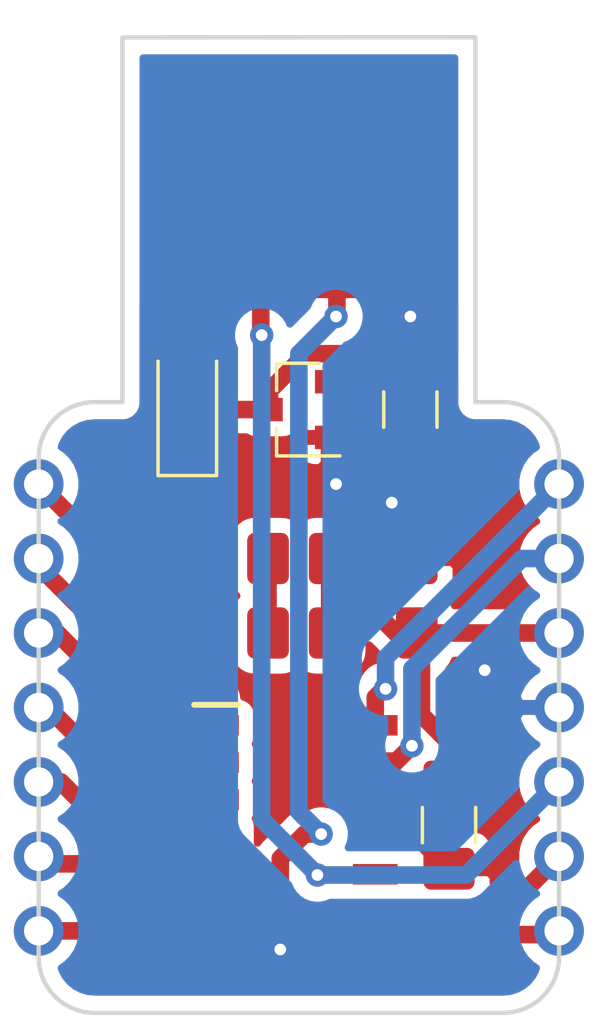
<source format=kicad_pcb>
(kicad_pcb (version 20171130) (host pcbnew 5.1.5-52549c5~86~ubuntu18.04.1)

  (general
    (thickness 1.6)
    (drawings 12)
    (tracks 119)
    (zones 0)
    (modules 12)
    (nets 19)
  )

  (page A4)
  (layers
    (0 F.Cu signal)
    (31 B.Cu signal)
    (32 B.Adhes user)
    (33 F.Adhes user)
    (34 B.Paste user)
    (35 F.Paste user)
    (36 B.SilkS user)
    (37 F.SilkS user)
    (38 B.Mask user)
    (39 F.Mask user)
    (40 Dwgs.User user hide)
    (41 Cmts.User user)
    (42 Eco1.User user)
    (43 Eco2.User user)
    (44 Edge.Cuts user)
    (45 Margin user)
    (46 B.CrtYd user)
    (47 F.CrtYd user)
    (48 B.Fab user)
    (49 F.Fab user)
  )

  (setup
    (last_trace_width 0.25)
    (user_trace_width 0.2032)
    (user_trace_width 0.4)
    (user_trace_width 0.5)
    (user_trace_width 0.6)
    (user_trace_width 0.8)
    (user_trace_width 1)
    (user_trace_width 2)
    (trace_clearance 0.2)
    (zone_clearance 0.508)
    (zone_45_only no)
    (trace_min 0.2)
    (via_size 0.8)
    (via_drill 0.4)
    (via_min_size 0.4)
    (via_min_drill 0.3)
    (uvia_size 0.3)
    (uvia_drill 0.1)
    (uvias_allowed no)
    (uvia_min_size 0.2)
    (uvia_min_drill 0.1)
    (edge_width 0.05)
    (segment_width 0.2)
    (pcb_text_width 0.3)
    (pcb_text_size 1.5 1.5)
    (mod_edge_width 0.12)
    (mod_text_size 1 1)
    (mod_text_width 0.15)
    (pad_size 1.7 1.7)
    (pad_drill 1)
    (pad_to_mask_clearance 0.051)
    (solder_mask_min_width 0.25)
    (pad_to_paste_clearance -0.0762)
    (aux_axis_origin 0 0)
    (visible_elements FFFFFF7F)
    (pcbplotparams
      (layerselection 0x010fc_ffffffff)
      (usegerberextensions false)
      (usegerberattributes false)
      (usegerberadvancedattributes false)
      (creategerberjobfile false)
      (excludeedgelayer true)
      (linewidth 0.100000)
      (plotframeref false)
      (viasonmask false)
      (mode 1)
      (useauxorigin false)
      (hpglpennumber 1)
      (hpglpenspeed 20)
      (hpglpendiameter 15.000000)
      (psnegative false)
      (psa4output false)
      (plotreference true)
      (plotvalue true)
      (plotinvisibletext false)
      (padsonsilk false)
      (subtractmaskfromsilk false)
      (outputformat 1)
      (mirror false)
      (drillshape 0)
      (scaleselection 1)
      (outputdirectory "/home/greynaga/Desktop/PCBs/Samd11/Breakout_02/Gerbers/"))
  )

  (net 0 "")
  (net 1 GND)
  (net 2 /PA08)
  (net 3 /PA09)
  (net 4 /PA14)
  (net 5 /PA15)
  (net 6 /PA28)
  (net 7 /PA30)
  (net 8 /PA31)
  (net 9 /PA24)
  (net 10 /PA25)
  (net 11 /PA02)
  (net 12 /PA04)
  (net 13 "Net-(D1-Pad1)")
  (net 14 "Net-(D2-Pad1)")
  (net 15 +3V3)
  (net 16 /PA05)
  (net 17 "Net-(C2-Pad1)")
  (net 18 VBUS)

  (net_class Default "This is the default net class."
    (clearance 0.2)
    (trace_width 0.25)
    (via_dia 0.8)
    (via_drill 0.4)
    (uvia_dia 0.3)
    (uvia_drill 0.1)
    (add_net +3V3)
    (add_net /PA02)
    (add_net /PA04)
    (add_net /PA05)
    (add_net /PA08)
    (add_net /PA09)
    (add_net /PA14)
    (add_net /PA15)
    (add_net /PA24)
    (add_net /PA25)
    (add_net /PA28)
    (add_net /PA30)
    (add_net /PA31)
    (add_net GND)
    (add_net "Net-(C2-Pad1)")
    (add_net "Net-(D1-Pad1)")
    (add_net "Net-(D2-Pad1)")
    (add_net VBUS)
  )

  (module Capacitor_SMD:C_1206_3216Metric_Pad1.42x1.75mm_HandSolder (layer F.Cu) (tedit 5B301BBE) (tstamp 5E01546C)
    (at 162.6108 109.4232 270)
    (descr "Capacitor SMD 1206 (3216 Metric), square (rectangular) end terminal, IPC_7351 nominal with elongated pad for handsoldering. (Body size source: http://www.tortai-tech.com/upload/download/2011102023233369053.pdf), generated with kicad-footprint-generator")
    (tags "capacitor handsolder")
    (path /5E01789F)
    (attr smd)
    (fp_text reference C1 (at 0 -1.82 90) (layer F.Fab) hide
      (effects (font (size 1 1) (thickness 0.15)))
    )
    (fp_text value 0.1uF (at 0 1.82 90) (layer F.Fab) hide
      (effects (font (size 1 1) (thickness 0.15)))
    )
    (fp_line (start -1.6 0.8) (end -1.6 -0.8) (layer F.Fab) (width 0.1))
    (fp_line (start -1.6 -0.8) (end 1.6 -0.8) (layer F.Fab) (width 0.1))
    (fp_line (start 1.6 -0.8) (end 1.6 0.8) (layer F.Fab) (width 0.1))
    (fp_line (start 1.6 0.8) (end -1.6 0.8) (layer F.Fab) (width 0.1))
    (fp_line (start -0.602064 -0.91) (end 0.602064 -0.91) (layer F.SilkS) (width 0.12))
    (fp_line (start -0.602064 0.91) (end 0.602064 0.91) (layer F.SilkS) (width 0.12))
    (fp_line (start -2.45 1.12) (end -2.45 -1.12) (layer F.CrtYd) (width 0.05))
    (fp_line (start -2.45 -1.12) (end 2.45 -1.12) (layer F.CrtYd) (width 0.05))
    (fp_line (start 2.45 -1.12) (end 2.45 1.12) (layer F.CrtYd) (width 0.05))
    (fp_line (start 2.45 1.12) (end -2.45 1.12) (layer F.CrtYd) (width 0.05))
    (fp_text user %R (at 0 0 90) (layer F.Fab)
      (effects (font (size 0.8 0.8) (thickness 0.12)))
    )
    (pad 1 smd roundrect (at -1.4875 0 270) (size 1.425 1.75) (layers F.Cu F.Paste F.Mask) (roundrect_rratio 0.175439)
      (net 15 +3V3))
    (pad 2 smd roundrect (at 1.4875 0 270) (size 1.425 1.75) (layers F.Cu F.Paste F.Mask) (roundrect_rratio 0.175439)
      (net 1 GND))
    (model ${KISYS3DMOD}/Capacitor_SMD.3dshapes/C_1206_3216Metric.wrl
      (at (xyz 0 0 0))
      (scale (xyz 1 1 1))
      (rotate (xyz 0 0 0))
    )
  )

  (module SamD11_Breakout:PinHeader_1x07_P2.54mm_Vertical (layer F.Cu) (tedit 5DFF2E53) (tstamp 5DFF346C)
    (at 148.59 97.79)
    (descr "Through hole straight pin header, 1x07, 2.54mm pitch, single row")
    (tags "Through hole pin header THT 1x07 2.54mm single row")
    (path /5E0E6EF4)
    (fp_text reference J1 (at 0 -2.33) (layer F.Fab) hide
      (effects (font (size 1 1) (thickness 0.15)))
    )
    (fp_text value Conn_01x07 (at 0 17.57) (layer F.Fab) hide
      (effects (font (size 1 1) (thickness 0.15)))
    )
    (fp_text user %R (at 0 7.62 90) (layer F.Fab)
      (effects (font (size 1 1) (thickness 0.15)))
    )
    (fp_line (start -1.27 -0.635) (end -0.635 -1.27) (layer F.Fab) (width 0.1))
    (fp_line (start -1.27 16.51) (end -1.27 -0.635) (layer F.Fab) (width 0.1))
    (fp_line (start 1.27 16.51) (end -1.27 16.51) (layer F.Fab) (width 0.1))
    (fp_line (start 1.27 -1.27) (end 1.27 16.51) (layer F.Fab) (width 0.1))
    (fp_line (start -0.635 -1.27) (end 1.27 -1.27) (layer F.Fab) (width 0.1))
    (pad 7 thru_hole oval (at 0 15.24) (size 1.7 1.7) (drill 1) (layers *.Cu *.Mask)
      (net 7 /PA30))
    (pad 6 thru_hole oval (at 0 12.7) (size 1.7 1.7) (drill 1) (layers *.Cu *.Mask)
      (net 6 /PA28))
    (pad 5 thru_hole oval (at 0 10.16) (size 1.7 1.7) (drill 1) (layers *.Cu *.Mask)
      (net 5 /PA15))
    (pad 4 thru_hole oval (at 0 7.62) (size 1.7 1.7) (drill 1) (layers *.Cu *.Mask)
      (net 4 /PA14))
    (pad 3 thru_hole oval (at 0 5.08) (size 1.7 1.7) (drill 1) (layers *.Cu *.Mask)
      (net 3 /PA09))
    (pad 2 thru_hole oval (at 0 2.54) (size 1.7 1.7) (drill 1) (layers *.Cu *.Mask)
      (net 2 /PA08))
    (pad 1 thru_hole circle (at 0 0) (size 1.7 1.7) (drill 1) (layers *.Cu *.Mask)
      (net 16 /PA05))
  )

  (module SamD11_Breakout:LED_1206_3216Metric_Pad1.42x1.75mm_HandSolder (layer F.Cu) (tedit 5DFEFECF) (tstamp 5DFF33B6)
    (at 160.02 102.87)
    (descr "LED SMD 1206 (3216 Metric), square (rectangular) end terminal, IPC_7351 nominal, (Body size source: http://www.tortai-tech.com/upload/download/2011102023233369053.pdf), generated with kicad-footprint-generator")
    (tags "LED handsolder")
    (path /5E0CFB41)
    (attr smd)
    (fp_text reference D1 (at 0 0.1016) (layer F.Fab) hide
      (effects (font (size 1 1) (thickness 0.15)))
    )
    (fp_text value POWER (at 0 1.905) (layer F.Fab) hide
      (effects (font (size 1 1) (thickness 0.25)))
    )
    (fp_line (start 1.6 -0.8) (end -1.2 -0.8) (layer F.Fab) (width 0.1))
    (fp_line (start -1.2 -0.8) (end -1.6 -0.4) (layer F.Fab) (width 0.1))
    (fp_line (start -1.6 -0.4) (end -1.6 0.8) (layer F.Fab) (width 0.1))
    (fp_line (start -1.6 0.8) (end 1.6 0.8) (layer F.Fab) (width 0.1))
    (fp_line (start 1.6 0.8) (end 1.6 -0.8) (layer F.Fab) (width 0.1))
    (fp_text user %R (at 0 0) (layer F.Fab)
      (effects (font (size 0.8 0.8) (thickness 0.12)))
    )
    (pad 1 smd roundrect (at -1.4875 0) (size 1.425 1.75) (layers F.Cu F.Paste F.Mask) (roundrect_rratio 0.175439)
      (net 13 "Net-(D1-Pad1)"))
    (pad 2 smd roundrect (at 1.4875 0) (size 1.425 1.75) (layers F.Cu F.Paste F.Mask) (roundrect_rratio 0.175439)
      (net 15 +3V3))
    (model ${KISYS3DMOD}/LED_SMD.3dshapes/LED_1206_3216Metric.wrl
      (at (xyz 0 0 0))
      (scale (xyz 1 1 1))
      (rotate (xyz 0 0 0))
    )
  )

  (module SamD11_Breakout:R_1206_3216Metric_Pad1.42x1.75mm_HandSolder (layer F.Cu) (tedit 5DFEFEFF) (tstamp 5DFF3499)
    (at 154.94 100.33 180)
    (descr "Resistor SMD 1206 (3216 Metric), square (rectangular) end terminal, IPC_7351 nominal with elongated pad for handsoldering. (Body size source: http://www.tortai-tech.com/upload/download/2011102023233369053.pdf), generated with kicad-footprint-generator")
    (tags "resistor handsolder")
    (path /5E0F37E5)
    (attr smd)
    (fp_text reference R2 (at 0 1.7272) (layer F.Fab) hide
      (effects (font (size 1 1) (thickness 0.15)))
    )
    (fp_text value 1K (at 0.0254 -0.1016) (layer F.Fab) hide
      (effects (font (size 1 1) (thickness 0.15)))
    )
    (fp_line (start -1.6 0.8) (end -1.6 -0.8) (layer F.Fab) (width 0.1))
    (fp_line (start -1.6 -0.8) (end 1.6 -0.8) (layer F.Fab) (width 0.1))
    (fp_line (start 1.6 -0.8) (end 1.6 0.8) (layer F.Fab) (width 0.1))
    (fp_line (start 1.6 0.8) (end -1.6 0.8) (layer F.Fab) (width 0.1))
    (fp_text user %R (at 0 0) (layer F.Fab)
      (effects (font (size 0.8 0.8) (thickness 0.12)))
    )
    (pad 1 smd roundrect (at -1.4875 0 180) (size 1.425 1.75) (layers F.Cu F.Paste F.Mask) (roundrect_rratio 0.175439)
      (net 14 "Net-(D2-Pad1)"))
    (pad 2 smd roundrect (at 1.4875 0 180) (size 1.425 1.75) (layers F.Cu F.Paste F.Mask) (roundrect_rratio 0.175439)
      (net 1 GND))
    (model ${KISYS3DMOD}/Resistor_SMD.3dshapes/R_1206_3216Metric.wrl
      (at (xyz 0 0 0))
      (scale (xyz 1 1 1))
      (rotate (xyz 0 0 0))
    )
  )

  (module SamD11_Breakout:LED_1206_3216Metric_Pad1.42x1.75mm_HandSolder (layer F.Cu) (tedit 5DFEFECF) (tstamp 5DFF3440)
    (at 154.94 102.87 180)
    (descr "LED SMD 1206 (3216 Metric), square (rectangular) end terminal, IPC_7351 nominal, (Body size source: http://www.tortai-tech.com/upload/download/2011102023233369053.pdf), generated with kicad-footprint-generator")
    (tags "LED handsolder")
    (path /5E0F37D7)
    (attr smd)
    (fp_text reference D2 (at 0 -1.82) (layer F.Fab) hide
      (effects (font (size 1 1) (thickness 0.15)))
    )
    (fp_text value LED (at 0.254 -1.8542) (layer F.Fab) hide
      (effects (font (size 1 1) (thickness 0.25)))
    )
    (fp_line (start 1.6 -0.8) (end -1.2 -0.8) (layer F.Fab) (width 0.1))
    (fp_line (start -1.2 -0.8) (end -1.6 -0.4) (layer F.Fab) (width 0.1))
    (fp_line (start -1.6 -0.4) (end -1.6 0.8) (layer F.Fab) (width 0.1))
    (fp_line (start -1.6 0.8) (end 1.6 0.8) (layer F.Fab) (width 0.1))
    (fp_line (start 1.6 0.8) (end 1.6 -0.8) (layer F.Fab) (width 0.1))
    (fp_text user %R (at 0 0) (layer F.Fab)
      (effects (font (size 0.8 0.8) (thickness 0.12)))
    )
    (pad 1 smd roundrect (at -1.4875 0 180) (size 1.425 1.75) (layers F.Cu F.Paste F.Mask) (roundrect_rratio 0.175439)
      (net 14 "Net-(D2-Pad1)"))
    (pad 2 smd roundrect (at 1.4875 0 180) (size 1.425 1.75) (layers F.Cu F.Paste F.Mask) (roundrect_rratio 0.175439)
      (net 16 /PA05))
    (model ${KISYS3DMOD}/LED_SMD.3dshapes/LED_1206_3216Metric.wrl
      (at (xyz 0 0 0))
      (scale (xyz 1 1 1))
      (rotate (xyz 0 0 0))
    )
  )

  (module SamD11_Breakout:R_1206_3216Metric_Pad1.42x1.75mm_HandSolder (layer F.Cu) (tedit 5DFEFEFF) (tstamp 5DFF34ED)
    (at 160.02 100.33)
    (descr "Resistor SMD 1206 (3216 Metric), square (rectangular) end terminal, IPC_7351 nominal with elongated pad for handsoldering. (Body size source: http://www.tortai-tech.com/upload/download/2011102023233369053.pdf), generated with kicad-footprint-generator")
    (tags "resistor handsolder")
    (path /5E0E631B)
    (attr smd)
    (fp_text reference R1 (at 0.0508 -1.7272) (layer F.Fab) hide
      (effects (font (size 1 1) (thickness 0.15)))
    )
    (fp_text value 1K (at 0 0.1016) (layer F.Fab) hide
      (effects (font (size 1 1) (thickness 0.15)))
    )
    (fp_line (start -1.6 0.8) (end -1.6 -0.8) (layer F.Fab) (width 0.1))
    (fp_line (start -1.6 -0.8) (end 1.6 -0.8) (layer F.Fab) (width 0.1))
    (fp_line (start 1.6 -0.8) (end 1.6 0.8) (layer F.Fab) (width 0.1))
    (fp_line (start 1.6 0.8) (end -1.6 0.8) (layer F.Fab) (width 0.1))
    (fp_text user %R (at 0 0) (layer F.Fab)
      (effects (font (size 0.8 0.8) (thickness 0.12)))
    )
    (pad 1 smd roundrect (at -1.4875 0) (size 1.425 1.75) (layers F.Cu F.Paste F.Mask) (roundrect_rratio 0.175439)
      (net 13 "Net-(D1-Pad1)"))
    (pad 2 smd roundrect (at 1.4875 0) (size 1.425 1.75) (layers F.Cu F.Paste F.Mask) (roundrect_rratio 0.175439)
      (net 1 GND))
    (model ${KISYS3DMOD}/Resistor_SMD.3dshapes/R_1206_3216Metric.wrl
      (at (xyz 0 0 0))
      (scale (xyz 1 1 1))
      (rotate (xyz 0 0 0))
    )
  )

  (module SamD11_Breakout:SOIC127P600X175-14N (layer F.Cu) (tedit 5DFF142D) (tstamp 5E2D728A)
    (at 157.3784 109.8296)
    (descr "14-pin SOIC150")
    (tags "Integrated Circuit")
    (path /5DFE6907)
    (attr smd)
    (fp_text reference IC2 (at 0 0) (layer F.Fab)
      (effects (font (size 1.27 1.27) (thickness 0.254)))
    )
    (fp_text value ATSAMD11C14A-SSUT (at 0 0) (layer B.Fab) hide
      (effects (font (size 1.27 1.27) (thickness 0.254)))
    )
    (fp_line (start -3.475 -4.51) (end -1.95 -4.51) (layer F.SilkS) (width 0.2))
    (fp_line (start -1.95 -3.055) (end -0.68 -4.325) (layer F.Fab) (width 0.1))
    (fp_line (start -1.95 4.325) (end -1.95 -4.325) (layer F.Fab) (width 0.1))
    (fp_line (start 1.95 4.325) (end -1.95 4.325) (layer F.Fab) (width 0.1))
    (fp_line (start 1.95 -4.325) (end 1.95 4.325) (layer F.Fab) (width 0.1))
    (fp_line (start -1.95 -4.325) (end 1.95 -4.325) (layer F.Fab) (width 0.1))
    (fp_line (start -3.725 4.625) (end -3.725 -4.625) (layer F.CrtYd) (width 0.05))
    (fp_line (start 3.725 4.625) (end -3.725 4.625) (layer F.CrtYd) (width 0.05))
    (fp_line (start 3.725 -4.625) (end 3.725 4.625) (layer F.CrtYd) (width 0.05))
    (fp_line (start -3.725 -4.625) (end 3.725 -4.625) (layer F.CrtYd) (width 0.05))
    (fp_text user %R (at 0 0) (layer F.Fab) hide
      (effects (font (size 1.27 1.27) (thickness 0.254)))
    )
    (pad 14 smd rect (at 2.712 -3.81 90) (size 0.7 1.525) (layers F.Cu F.Paste F.Mask)
      (net 12 /PA04))
    (pad 13 smd rect (at 2.712 -2.54 90) (size 0.7 1.525) (layers F.Cu F.Paste F.Mask)
      (net 11 /PA02))
    (pad 12 smd rect (at 2.712 -1.27 90) (size 0.7 1.525) (layers F.Cu F.Paste F.Mask)
      (net 15 +3V3))
    (pad 11 smd rect (at 2.712 0 90) (size 0.7 1.525) (layers F.Cu F.Paste F.Mask)
      (net 1 GND))
    (pad 10 smd rect (at 2.712 1.27 90) (size 0.7 1.525) (layers F.Cu F.Paste F.Mask)
      (net 10 /PA25))
    (pad 9 smd rect (at 2.712 2.54 90) (size 0.7 1.525) (layers F.Cu F.Paste F.Mask)
      (net 9 /PA24))
    (pad 8 smd rect (at 2.712 3.81 90) (size 0.7 1.525) (layers F.Cu F.Paste F.Mask)
      (net 8 /PA31))
    (pad 7 smd rect (at -2.712 3.81 90) (size 0.7 1.525) (layers F.Cu F.Paste F.Mask)
      (net 7 /PA30))
    (pad 6 smd rect (at -2.712 2.54 90) (size 0.7 1.525) (layers F.Cu F.Paste F.Mask)
      (net 6 /PA28))
    (pad 5 smd rect (at -2.712 1.27 90) (size 0.7 1.525) (layers F.Cu F.Paste F.Mask)
      (net 5 /PA15))
    (pad 4 smd rect (at -2.712 0 90) (size 0.7 1.525) (layers F.Cu F.Paste F.Mask)
      (net 4 /PA14))
    (pad 3 smd rect (at -2.712 -1.27 90) (size 0.7 1.525) (layers F.Cu F.Paste F.Mask)
      (net 3 /PA09))
    (pad 2 smd rect (at -2.712 -2.54 90) (size 0.7 1.525) (layers F.Cu F.Paste F.Mask)
      (net 2 /PA08))
    (pad 1 smd rect (at -2.712 -3.81 90) (size 0.7 1.525) (layers F.Cu F.Paste F.Mask)
      (net 16 /PA05))
    (model ${KISYS3DMOD}/SamacSys_Parts.3dshapes/ATSAMD11C14A-SSUT.stp
      (at (xyz 0 0 0))
      (scale (xyz 1 1 1))
      (rotate (xyz 0 0 0))
    )
    (model ${KISYS3DMOD}/Package_SO.3dshapes/SOIC-14_3.9x8.7mm_P1.27mm.wrl
      (at (xyz 0 0 0))
      (scale (xyz 1 1 1))
      (rotate (xyz 0 0 0))
    )
  )

  (module SamD11_Breakout:PinHeader_1x07_P2.54mm_Vertical (layer F.Cu) (tedit 5DFF2E53) (tstamp 5DFF34C0)
    (at 166.37 97.79)
    (descr "Through hole straight pin header, 1x07, 2.54mm pitch, single row")
    (tags "Through hole pin header THT 1x07 2.54mm single row")
    (path /5E0D8F16)
    (fp_text reference J2 (at 0 -2.33) (layer F.Fab) hide
      (effects (font (size 1 1) (thickness 0.15)))
    )
    (fp_text value Conn_01x07 (at 0 17.57) (layer F.Fab) hide
      (effects (font (size 1 1) (thickness 0.15)))
    )
    (fp_text user %R (at 0 7.62 90) (layer F.Fab)
      (effects (font (size 1 1) (thickness 0.15)))
    )
    (fp_line (start -1.27 -0.635) (end -0.635 -1.27) (layer F.Fab) (width 0.1))
    (fp_line (start -1.27 16.51) (end -1.27 -0.635) (layer F.Fab) (width 0.1))
    (fp_line (start 1.27 16.51) (end -1.27 16.51) (layer F.Fab) (width 0.1))
    (fp_line (start 1.27 -1.27) (end 1.27 16.51) (layer F.Fab) (width 0.1))
    (fp_line (start -0.635 -1.27) (end 1.27 -1.27) (layer F.Fab) (width 0.1))
    (pad 7 thru_hole oval (at 0 15.24) (size 1.7 1.7) (drill 1) (layers *.Cu *.Mask)
      (net 8 /PA31))
    (pad 6 thru_hole oval (at 0 12.7) (size 1.7 1.7) (drill 1) (layers *.Cu *.Mask)
      (net 9 /PA24))
    (pad 5 thru_hole oval (at 0 10.16) (size 1.7 1.7) (drill 1) (layers *.Cu *.Mask)
      (net 10 /PA25))
    (pad 4 thru_hole oval (at 0 7.62) (size 1.7 1.7) (drill 1) (layers *.Cu *.Mask)
      (net 1 GND))
    (pad 3 thru_hole oval (at 0 5.08) (size 1.7 1.7) (drill 1) (layers *.Cu *.Mask)
      (net 15 +3V3))
    (pad 2 thru_hole oval (at 0 2.54) (size 1.7 1.7) (drill 1) (layers *.Cu *.Mask)
      (net 11 /PA02))
    (pad 1 thru_hole circle (at 0 0) (size 1.7 1.7) (drill 1) (layers *.Cu *.Mask)
      (net 12 /PA04))
  )

  (module Capacitor_SMD:C_1206_3216Metric_Pad1.42x1.75mm_HandSolder (layer F.Cu) (tedit 5B301BBE) (tstamp 5E2D6932)
    (at 161.29 95.25 270)
    (descr "Capacitor SMD 1206 (3216 Metric), square (rectangular) end terminal, IPC_7351 nominal with elongated pad for handsoldering. (Body size source: http://www.tortai-tech.com/upload/download/2011102023233369053.pdf), generated with kicad-footprint-generator")
    (tags "capacitor handsolder")
    (path /5E337A47)
    (attr smd)
    (fp_text reference C2 (at 0 -1.82 90) (layer F.Fab) hide
      (effects (font (size 1 1) (thickness 0.15)))
    )
    (fp_text value 1uF (at 0 1.82 90) (layer F.Fab)
      (effects (font (size 1 1) (thickness 0.15)))
    )
    (fp_text user %R (at 0 0 90) (layer F.Fab)
      (effects (font (size 0.8 0.8) (thickness 0.12)))
    )
    (fp_line (start 2.45 1.12) (end -2.45 1.12) (layer F.CrtYd) (width 0.05))
    (fp_line (start 2.45 -1.12) (end 2.45 1.12) (layer F.CrtYd) (width 0.05))
    (fp_line (start -2.45 -1.12) (end 2.45 -1.12) (layer F.CrtYd) (width 0.05))
    (fp_line (start -2.45 1.12) (end -2.45 -1.12) (layer F.CrtYd) (width 0.05))
    (fp_line (start -0.602064 0.91) (end 0.602064 0.91) (layer F.SilkS) (width 0.12))
    (fp_line (start -0.602064 -0.91) (end 0.602064 -0.91) (layer F.SilkS) (width 0.12))
    (fp_line (start 1.6 0.8) (end -1.6 0.8) (layer F.Fab) (width 0.1))
    (fp_line (start 1.6 -0.8) (end 1.6 0.8) (layer F.Fab) (width 0.1))
    (fp_line (start -1.6 -0.8) (end 1.6 -0.8) (layer F.Fab) (width 0.1))
    (fp_line (start -1.6 0.8) (end -1.6 -0.8) (layer F.Fab) (width 0.1))
    (pad 2 smd roundrect (at 1.4875 0 270) (size 1.425 1.75) (layers F.Cu F.Paste F.Mask) (roundrect_rratio 0.175439)
      (net 1 GND))
    (pad 1 smd roundrect (at -1.4875 0 270) (size 1.425 1.75) (layers F.Cu F.Paste F.Mask) (roundrect_rratio 0.175439)
      (net 17 "Net-(C2-Pad1)"))
    (model ${KISYS3DMOD}/Capacitor_SMD.3dshapes/C_1206_3216Metric.wrl
      (at (xyz 0 0 0))
      (scale (xyz 1 1 1))
      (rotate (xyz 0 0 0))
    )
  )

  (module Diode_SMD:D_SOD-123 (layer F.Cu) (tedit 58645DC7) (tstamp 5E2D694B)
    (at 153.67 95.25 90)
    (descr SOD-123)
    (tags SOD-123)
    (path /5E32BE5F)
    (attr smd)
    (fp_text reference D3 (at 0 -2 90) (layer F.Fab) hide
      (effects (font (size 1 1) (thickness 0.15)))
    )
    (fp_text value MBRA140 (at 0 2.1 90) (layer F.Fab) hide
      (effects (font (size 1 1) (thickness 0.15)))
    )
    (fp_text user %R (at 0 -2 90) (layer F.Fab) hide
      (effects (font (size 1 1) (thickness 0.15)))
    )
    (fp_line (start -2.25 -1) (end -2.25 1) (layer F.SilkS) (width 0.12))
    (fp_line (start 0.25 0) (end 0.75 0) (layer F.Fab) (width 0.1))
    (fp_line (start 0.25 0.4) (end -0.35 0) (layer F.Fab) (width 0.1))
    (fp_line (start 0.25 -0.4) (end 0.25 0.4) (layer F.Fab) (width 0.1))
    (fp_line (start -0.35 0) (end 0.25 -0.4) (layer F.Fab) (width 0.1))
    (fp_line (start -0.35 0) (end -0.35 0.55) (layer F.Fab) (width 0.1))
    (fp_line (start -0.35 0) (end -0.35 -0.55) (layer F.Fab) (width 0.1))
    (fp_line (start -0.75 0) (end -0.35 0) (layer F.Fab) (width 0.1))
    (fp_line (start -1.4 0.9) (end -1.4 -0.9) (layer F.Fab) (width 0.1))
    (fp_line (start 1.4 0.9) (end -1.4 0.9) (layer F.Fab) (width 0.1))
    (fp_line (start 1.4 -0.9) (end 1.4 0.9) (layer F.Fab) (width 0.1))
    (fp_line (start -1.4 -0.9) (end 1.4 -0.9) (layer F.Fab) (width 0.1))
    (fp_line (start -2.35 -1.15) (end 2.35 -1.15) (layer F.CrtYd) (width 0.05))
    (fp_line (start 2.35 -1.15) (end 2.35 1.15) (layer F.CrtYd) (width 0.05))
    (fp_line (start 2.35 1.15) (end -2.35 1.15) (layer F.CrtYd) (width 0.05))
    (fp_line (start -2.35 -1.15) (end -2.35 1.15) (layer F.CrtYd) (width 0.05))
    (fp_line (start -2.25 1) (end 1.65 1) (layer F.SilkS) (width 0.12))
    (fp_line (start -2.25 -1) (end 1.65 -1) (layer F.SilkS) (width 0.12))
    (pad 1 smd rect (at -1.65 0 90) (size 0.9 1.2) (layers F.Cu F.Paste F.Mask)
      (net 17 "Net-(C2-Pad1)"))
    (pad 2 smd rect (at 1.65 0 90) (size 0.9 1.2) (layers F.Cu F.Paste F.Mask)
      (net 18 VBUS))
    (model ${KISYS3DMOD}/Diode_SMD.3dshapes/D_SOD-123.wrl
      (at (xyz 0 0 0))
      (scale (xyz 1 1 1))
      (rotate (xyz 0 0 0))
    )
  )

  (module Package_TO_SOT_SMD:SOT-23 (layer F.Cu) (tedit 5A02FF57) (tstamp 5E2D6960)
    (at 157.48 95.25 180)
    (descr "SOT-23, Standard")
    (tags SOT-23)
    (path /5E3215AD)
    (attr smd)
    (fp_text reference U1 (at 0 -2.5) (layer F.Fab) hide
      (effects (font (size 1 1) (thickness 0.15)))
    )
    (fp_text value MCP1700-3302E_SOT23 (at 0 2.5) (layer F.Fab) hide
      (effects (font (size 1 1) (thickness 0.15)))
    )
    (fp_line (start 0.76 1.58) (end -0.7 1.58) (layer F.SilkS) (width 0.12))
    (fp_line (start 0.76 -1.58) (end -1.4 -1.58) (layer F.SilkS) (width 0.12))
    (fp_line (start -1.7 1.75) (end -1.7 -1.75) (layer F.CrtYd) (width 0.05))
    (fp_line (start 1.7 1.75) (end -1.7 1.75) (layer F.CrtYd) (width 0.05))
    (fp_line (start 1.7 -1.75) (end 1.7 1.75) (layer F.CrtYd) (width 0.05))
    (fp_line (start -1.7 -1.75) (end 1.7 -1.75) (layer F.CrtYd) (width 0.05))
    (fp_line (start 0.76 -1.58) (end 0.76 -0.65) (layer F.SilkS) (width 0.12))
    (fp_line (start 0.76 1.58) (end 0.76 0.65) (layer F.SilkS) (width 0.12))
    (fp_line (start -0.7 1.52) (end 0.7 1.52) (layer F.Fab) (width 0.1))
    (fp_line (start 0.7 -1.52) (end 0.7 1.52) (layer F.Fab) (width 0.1))
    (fp_line (start -0.7 -0.95) (end -0.15 -1.52) (layer F.Fab) (width 0.1))
    (fp_line (start -0.15 -1.52) (end 0.7 -1.52) (layer F.Fab) (width 0.1))
    (fp_line (start -0.7 -0.95) (end -0.7 1.5) (layer F.Fab) (width 0.1))
    (fp_text user %R (at 0 0 90) (layer F.Fab)
      (effects (font (size 0.5 0.5) (thickness 0.075)))
    )
    (pad 3 smd rect (at 1 0 180) (size 0.9 0.8) (layers F.Cu F.Paste F.Mask)
      (net 17 "Net-(C2-Pad1)"))
    (pad 2 smd rect (at -1 0.95 180) (size 0.9 0.8) (layers F.Cu F.Paste F.Mask)
      (net 15 +3V3))
    (pad 1 smd rect (at -1 -0.95 180) (size 0.9 0.8) (layers F.Cu F.Paste F.Mask)
      (net 1 GND))
    (model ${KISYS3DMOD}/Package_TO_SOT_SMD.3dshapes/SOT-23.wrl
      (at (xyz 0 0 0))
      (scale (xyz 1 1 1))
      (rotate (xyz 0 0 0))
    )
  )

  (module Connector_USB:USB_A_Plug_PCB (layer F.Cu) (tedit 542BB0AF) (tstamp 5E2D696B)
    (at 157.48 82.55 180)
    (path /5E45D4F1)
    (attr virtual)
    (fp_text reference U2 (at 0.13 -7.85 180) (layer F.SilkS) hide
      (effects (font (size 1.5 1.5) (thickness 0.15)))
    )
    (fp_text value USB_A_Plug_PCB (at 0.29 -10.13 180) (layer F.SilkS) hide
      (effects (font (size 1.5 1.5) (thickness 0.15)))
    )
    (fp_line (start -6.03 0) (end -6.03 -12) (layer Dwgs.User) (width 0.15))
    (fp_line (start 6.03 0) (end -6.03 0) (layer Dwgs.User) (width 0.15))
    (fp_line (start 6.03 0) (end 6.03 -12) (layer Dwgs.User) (width 0.15))
    (pad 2 connect rect (at 1.3 -5.15 180) (size 2 7.5) (layers F.Cu F.Mask)
      (net 10 /PA25))
    (pad 3 connect rect (at -1.3 -5.15 180) (size 2 7.5) (layers F.Cu F.Mask)
      (net 9 /PA24))
    (pad 4 connect rect (at -3.81 -4.9 180) (size 1.9 8) (layers F.Cu F.Mask)
      (net 1 GND))
    (pad 1 connect rect (at 3.81 -4.9 180) (size 1.9 8) (layers F.Cu F.Mask)
      (net 18 VBUS))
  )

  (gr_arc (start 164.465 113.919) (end 164.465 115.824) (angle -90) (layer Edge.Cuts) (width 0.15) (tstamp 5E2D7B4F))
  (gr_arc (start 150.495 113.919) (end 148.59 113.919) (angle -90) (layer Edge.Cuts) (width 0.15) (tstamp 5E2D7B3C))
  (gr_line (start 163.5125 82.55) (end 163.5125 94.996) (layer Edge.Cuts) (width 0.15) (tstamp 5E2D57FE))
  (gr_line (start 151.4525 82.555) (end 151.4525 94.996) (layer Edge.Cuts) (width 0.15) (tstamp 5E9D1EA7))
  (gr_line (start 151.4525 82.555) (end 163.5125 82.55) (layer Edge.Cuts) (width 0.15) (tstamp 5E2D57D9))
  (gr_line (start 163.5125 94.996) (end 164.465 94.996) (layer Edge.Cuts) (width 0.15) (tstamp 5E2D578F))
  (gr_arc (start 150.495 96.901) (end 150.495 94.996) (angle -90) (layer Edge.Cuts) (width 0.15) (tstamp 5DFF34AE))
  (gr_line (start 148.59 113.919) (end 148.59 96.901) (layer Edge.Cuts) (width 0.15) (tstamp 5DFF33A6))
  (gr_line (start 164.465 115.824) (end 150.495 115.824) (layer Edge.Cuts) (width 0.15) (tstamp 5E2D72D7))
  (gr_arc (start 164.465 96.901) (end 166.37 96.901) (angle -90) (layer Edge.Cuts) (width 0.15) (tstamp 5DFF33CD))
  (gr_line (start 166.37 96.901) (end 166.37 113.919) (layer Edge.Cuts) (width 0.15) (tstamp 5E2D8154))
  (gr_line (start 150.495 94.996) (end 151.4525 94.996) (layer Edge.Cuts) (width 0.15) (tstamp 5DFF3457))

  (segment (start 161.5297 109.8296) (end 162.6108 110.9107) (width 0.6) (layer F.Cu) (net 1))
  (segment (start 160.0904 109.8296) (end 161.5297 109.8296) (width 0.6) (layer F.Cu) (net 1))
  (via (at 161.29 92.075) (size 0.8) (drill 0.4) (layers F.Cu B.Cu) (net 1))
  (segment (start 161.29 87.45) (end 161.29 92.075) (width 0.6) (layer F.Cu) (net 1))
  (via (at 156.845 113.665) (size 0.8) (drill 0.4) (layers F.Cu B.Cu) (net 1))
  (via (at 163.83 104.14) (size 0.8) (drill 0.4) (layers F.Cu B.Cu) (net 1))
  (via (at 158.75 97.79) (size 0.8) (drill 0.4) (layers F.Cu B.Cu) (net 1))
  (segment (start 158.75 96.47) (end 158.48 96.2) (width 0.6) (layer F.Cu) (net 1))
  (segment (start 158.75 97.79) (end 158.75 96.47) (width 0.6) (layer F.Cu) (net 1))
  (segment (start 159.0675 97.79) (end 158.75 97.79) (width 0.6) (layer B.Cu) (net 1))
  (segment (start 161.29 92.075) (end 161.29 95.5675) (width 0.6) (layer B.Cu) (net 1))
  (segment (start 161.29 95.5675) (end 159.0675 97.79) (width 0.6) (layer B.Cu) (net 1))
  (segment (start 158.75 97.79) (end 159.385 98.425) (width 0.6) (layer B.Cu) (net 1))
  (via (at 160.655 98.425) (size 0.8) (drill 0.4) (layers F.Cu B.Cu) (net 1))
  (segment (start 159.385 98.425) (end 160.655 98.425) (width 0.6) (layer B.Cu) (net 1))
  (segment (start 160.655 98.425) (end 161.29 97.79) (width 0.6) (layer F.Cu) (net 1))
  (segment (start 161.29 97.79) (end 161.29 96.7375) (width 0.6) (layer F.Cu) (net 1))
  (segment (start 153.5176 107.2896) (end 154.6664 107.2896) (width 0.6) (layer F.Cu) (net 2))
  (segment (start 152.4 106.172) (end 153.5176 107.2896) (width 0.6) (layer F.Cu) (net 2))
  (segment (start 152.4 104.394) (end 152.4 106.172) (width 0.6) (layer F.Cu) (net 2))
  (segment (start 148.59 100.33) (end 148.59 100.584) (width 0.6) (layer F.Cu) (net 2))
  (segment (start 148.59 100.584) (end 152.4 104.394) (width 0.6) (layer F.Cu) (net 2))
  (segment (start 149.225 102.87) (end 148.59 102.87) (width 0.6) (layer F.Cu) (net 3))
  (segment (start 151.511 105.156) (end 149.225 102.87) (width 0.6) (layer F.Cu) (net 3))
  (segment (start 151.511 106.68) (end 151.511 105.156) (width 0.6) (layer F.Cu) (net 3))
  (segment (start 154.6664 108.5596) (end 153.3906 108.5596) (width 0.6) (layer F.Cu) (net 3))
  (segment (start 153.3906 108.5596) (end 151.511 106.68) (width 0.6) (layer F.Cu) (net 3))
  (segment (start 148.9075 105.41) (end 148.59 105.41) (width 0.6) (layer F.Cu) (net 4))
  (segment (start 154.6664 109.8296) (end 153.3271 109.8296) (width 0.6) (layer F.Cu) (net 4))
  (segment (start 153.3271 109.8296) (end 148.9075 105.41) (width 0.6) (layer F.Cu) (net 4))
  (segment (start 150.749 109.347) (end 149.352 107.95) (width 0.6) (layer F.Cu) (net 5))
  (segment (start 149.352 107.95) (end 148.59 107.95) (width 0.6) (layer F.Cu) (net 5))
  (segment (start 151.384 109.347) (end 150.749 109.347) (width 0.6) (layer F.Cu) (net 5))
  (segment (start 154.6664 111.0996) (end 153.1366 111.0996) (width 0.6) (layer F.Cu) (net 5))
  (segment (start 153.1366 111.0996) (end 151.384 109.347) (width 0.6) (layer F.Cu) (net 5))
  (segment (start 148.844 110.744) (end 148.59 110.49) (width 0.6) (layer F.Cu) (net 6))
  (segment (start 151.384 110.744) (end 148.844 110.744) (width 0.6) (layer F.Cu) (net 6))
  (segment (start 154.6664 112.3696) (end 153.0096 112.3696) (width 0.6) (layer F.Cu) (net 6))
  (segment (start 153.0096 112.3696) (end 151.384 110.744) (width 0.6) (layer F.Cu) (net 6))
  (segment (start 154.6664 113.6396) (end 153.0096 113.6396) (width 0.6) (layer F.Cu) (net 7))
  (segment (start 153.0096 113.6396) (end 152.4 113.03) (width 0.6) (layer F.Cu) (net 7))
  (segment (start 152.4 113.03) (end 148.59 113.03) (width 0.6) (layer F.Cu) (net 7))
  (segment (start 161.925 113.157) (end 166.243 113.157) (width 0.6) (layer F.Cu) (net 8))
  (segment (start 161.417 113.665) (end 161.925 113.157) (width 0.6) (layer F.Cu) (net 8))
  (segment (start 160.0904 113.6396) (end 160.1158 113.665) (width 0.6) (layer F.Cu) (net 8))
  (segment (start 166.243 113.157) (end 166.37 113.03) (width 0.6) (layer F.Cu) (net 8))
  (segment (start 160.1158 113.665) (end 161.417 113.665) (width 0.6) (layer F.Cu) (net 8))
  (via (at 158.242 109.728) (size 0.8) (drill 0.4) (layers F.Cu B.Cu) (net 9))
  (segment (start 156.845 110.559315) (end 157.676315 109.728) (width 0.6) (layer F.Cu) (net 9))
  (segment (start 156.845 111.633) (end 156.845 110.559315) (width 0.6) (layer F.Cu) (net 9))
  (segment (start 157.676315 109.728) (end 158.242 109.728) (width 0.6) (layer F.Cu) (net 9))
  (segment (start 160.0904 112.3696) (end 157.5816 112.3696) (width 0.6) (layer F.Cu) (net 9))
  (segment (start 157.5816 112.3696) (end 156.845 111.633) (width 0.6) (layer F.Cu) (net 9))
  (segment (start 158.78 92.045) (end 158.75 92.075) (width 0.6) (layer F.Cu) (net 9))
  (via (at 158.75 92.075) (size 0.8) (drill 0.4) (layers F.Cu B.Cu) (net 9))
  (segment (start 158.78 87.7) (end 158.78 92.045) (width 0.6) (layer F.Cu) (net 9))
  (segment (start 164.503011 112.356989) (end 165.520001 111.339999) (width 0.6) (layer F.Cu) (net 9))
  (segment (start 165.520001 111.339999) (end 166.37 110.49) (width 0.6) (layer F.Cu) (net 9))
  (segment (start 161.465511 112.356989) (end 164.503011 112.356989) (width 0.6) (layer F.Cu) (net 9))
  (segment (start 161.4529 112.3696) (end 161.465511 112.356989) (width 0.6) (layer F.Cu) (net 9))
  (segment (start 160.0904 112.3696) (end 161.4529 112.3696) (width 0.6) (layer F.Cu) (net 9))
  (segment (start 157.48 108.966) (end 158.242 109.728) (width 0.6) (layer B.Cu) (net 9))
  (segment (start 158.75 92.075) (end 157.48 93.345) (width 0.6) (layer B.Cu) (net 9))
  (segment (start 157.48 93.345) (end 157.48 108.966) (width 0.6) (layer B.Cu) (net 9))
  (segment (start 166.37 107.95) (end 163.195 111.125) (width 0.6) (layer B.Cu) (net 10))
  (segment (start 163.195 111.125) (end 158.115 111.125) (width 0.6) (layer B.Cu) (net 10))
  (via (at 158.115 111.125) (size 0.8) (drill 0.4) (layers F.Cu B.Cu) (net 10))
  (segment (start 160.065 111.125) (end 160.0904 111.0996) (width 0.6) (layer F.Cu) (net 10))
  (segment (start 158.115 111.125) (end 160.065 111.125) (width 0.6) (layer F.Cu) (net 10))
  (via (at 156.21 92.71) (size 0.8) (drill 0.4) (layers F.Cu B.Cu) (net 10))
  (segment (start 156.18 87.7) (end 156.18 92.68) (width 0.6) (layer F.Cu) (net 10))
  (segment (start 156.18 92.68) (end 156.21 92.71) (width 0.6) (layer F.Cu) (net 10))
  (segment (start 156.21 109.22) (end 158.115 111.125) (width 0.6) (layer B.Cu) (net 10))
  (segment (start 156.21 92.71) (end 156.21 109.22) (width 0.6) (layer B.Cu) (net 10))
  (via (at 161.3421 106.716998) (size 0.8) (drill 0.4) (layers F.Cu B.Cu) (net 11))
  (segment (start 160.0904 107.2896) (end 160.769498 107.2896) (width 0.6) (layer F.Cu) (net 11))
  (segment (start 160.769498 107.2896) (end 161.3421 106.716998) (width 0.6) (layer F.Cu) (net 11))
  (segment (start 165.1 100.33) (end 166.37 100.33) (width 0.6) (layer B.Cu) (net 11))
  (segment (start 161.3421 104.0879) (end 165.1 100.33) (width 0.6) (layer B.Cu) (net 11))
  (segment (start 161.3421 106.716998) (end 161.3421 104.0879) (width 0.6) (layer B.Cu) (net 11))
  (segment (start 160.385 104.775) (end 160.44209 104.775) (width 0.6) (layer F.Cu) (net 12))
  (segment (start 166.37 97.79) (end 160.44209 103.71791) (width 0.6) (layer B.Cu) (net 12))
  (segment (start 160.0904 105.0696) (end 160.385 104.775) (width 0.6) (layer F.Cu) (net 12))
  (segment (start 160.0904 106.0196) (end 160.0904 105.0696) (width 0.6) (layer F.Cu) (net 12))
  (via (at 160.44209 104.775) (size 0.8) (drill 0.4) (layers F.Cu B.Cu) (net 12))
  (segment (start 160.44209 103.71791) (end 160.44209 104.775) (width 0.6) (layer B.Cu) (net 12))
  (segment (start 158.5325 100.33) (end 158.5325 102.87) (width 0.6) (layer F.Cu) (net 13))
  (segment (start 156.4275 100.33) (end 156.4275 102.87) (width 0.6) (layer F.Cu) (net 14))
  (segment (start 159.74501 101.82001) (end 160.795 102.87) (width 0.6) (layer F.Cu) (net 15))
  (segment (start 159.74501 95.51501) (end 159.74501 101.82001) (width 0.6) (layer F.Cu) (net 15))
  (segment (start 160.795 102.87) (end 161.5075 102.87) (width 0.6) (layer F.Cu) (net 15))
  (segment (start 158.53 94.3) (end 159.74501 95.51501) (width 0.6) (layer F.Cu) (net 15))
  (segment (start 158.48 94.3) (end 158.53 94.3) (width 0.6) (layer F.Cu) (net 15))
  (segment (start 166.37 102.87) (end 165.167919 102.87) (width 0.6) (layer F.Cu) (net 15))
  (segment (start 162.5965 107.95) (end 162.6108 107.9357) (width 0.6) (layer F.Cu) (net 15))
  (segment (start 161.671 107.95) (end 162.5965 107.95) (width 0.6) (layer F.Cu) (net 15))
  (segment (start 160.0904 108.5596) (end 161.0614 108.5596) (width 0.6) (layer F.Cu) (net 15))
  (segment (start 161.0614 108.5596) (end 161.671 107.95) (width 0.6) (layer F.Cu) (net 15))
  (segment (start 165.167919 102.87) (end 161.5075 102.87) (width 0.6) (layer F.Cu) (net 15))
  (segment (start 161.671 103.0335) (end 161.5075 102.87) (width 0.6) (layer F.Cu) (net 15))
  (segment (start 161.671 105.664) (end 161.671 103.0335) (width 0.6) (layer F.Cu) (net 15))
  (segment (start 162.6108 107.9357) (end 162.6108 106.6038) (width 0.6) (layer F.Cu) (net 15))
  (segment (start 162.6108 106.6038) (end 161.671 105.664) (width 0.6) (layer F.Cu) (net 15))
  (segment (start 153.4525 103.9225) (end 153.4525 102.87) (width 0.6) (layer F.Cu) (net 16))
  (segment (start 154.6664 106.0196) (end 154.6664 105.1364) (width 0.6) (layer F.Cu) (net 16))
  (segment (start 154.6664 105.1364) (end 153.4525 103.9225) (width 0.6) (layer F.Cu) (net 16))
  (segment (start 152.4 102.87) (end 153.4525 102.87) (width 0.6) (layer F.Cu) (net 16))
  (segment (start 150.495 100.965) (end 152.4 102.87) (width 0.6) (layer F.Cu) (net 16))
  (segment (start 148.59 97.79) (end 150.495 99.695) (width 0.6) (layer F.Cu) (net 16))
  (segment (start 150.495 99.695) (end 150.495 100.965) (width 0.6) (layer F.Cu) (net 16))
  (segment (start 153.67 95.885) (end 154.305 95.25) (width 0.6) (layer F.Cu) (net 17))
  (segment (start 153.67 96.9) (end 153.67 95.885) (width 0.6) (layer F.Cu) (net 17))
  (segment (start 154.305 95.25) (end 156.48 95.25) (width 0.6) (layer F.Cu) (net 17))
  (segment (start 156.48 95.25) (end 156.48 94.599) (width 0.6) (layer F.Cu) (net 17))
  (segment (start 156.48 94.599) (end 157.734 93.345) (width 0.6) (layer F.Cu) (net 17))
  (segment (start 157.734 93.345) (end 160.02 93.345) (width 0.6) (layer F.Cu) (net 17))
  (segment (start 160.02 93.345) (end 160.4375 93.7625) (width 0.6) (layer F.Cu) (net 17))
  (segment (start 160.4375 93.7625) (end 161.29 93.7625) (width 0.6) (layer F.Cu) (net 17))
  (segment (start 153.67 87.45) (end 153.67 93.6) (width 0.6) (layer F.Cu) (net 18))

  (zone (net 1) (net_name GND) (layer F.Cu) (tstamp 5E2D8BC7) (hatch edge 0.508)
    (connect_pads (clearance 0.508))
    (min_thickness 0.254)
    (fill yes (arc_segments 32) (thermal_gap 0.508) (thermal_bridge_width 0.508))
    (polygon
      (pts
        (xy 167.64 116.205) (xy 147.32 116.205) (xy 147.32 81.28) (xy 167.64 81.28)
      )
    )
    (filled_polygon
      (pts
        (xy 156.180656 112.297344) (xy 156.216341 112.32663) (xy 156.88797 112.998259) (xy 156.917256 113.033944) (xy 157.059628 113.150786)
        (xy 157.16548 113.207365) (xy 157.222059 113.237607) (xy 157.398308 113.291072) (xy 157.5816 113.309124) (xy 157.627535 113.3046)
        (xy 158.689828 113.3046) (xy 158.689828 113.9896) (xy 158.702088 114.114082) (xy 158.738398 114.23378) (xy 158.797363 114.344094)
        (xy 158.876715 114.440785) (xy 158.973406 114.520137) (xy 159.08372 114.579102) (xy 159.203418 114.615412) (xy 159.3279 114.627672)
        (xy 160.8529 114.627672) (xy 160.977382 114.615412) (xy 161.028189 114.6) (xy 161.371068 114.6) (xy 161.417 114.604524)
        (xy 161.462932 114.6) (xy 161.600292 114.586471) (xy 161.77654 114.533007) (xy 161.938972 114.446186) (xy 162.081344 114.329344)
        (xy 162.11063 114.293659) (xy 162.312289 114.092) (xy 165.331893 114.092) (xy 165.423368 114.183475) (xy 165.590262 114.29499)
        (xy 165.566684 114.373084) (xy 165.457506 114.578417) (xy 165.310522 114.758637) (xy 165.131333 114.906876) (xy 164.926761 115.017488)
        (xy 164.704606 115.086257) (xy 164.440655 115.114) (xy 150.529729 115.114) (xy 150.263551 115.087901) (xy 150.040916 115.020684)
        (xy 149.835583 114.911506) (xy 149.655363 114.764522) (xy 149.507124 114.585333) (xy 149.396512 114.380761) (xy 149.369923 114.294866)
        (xy 149.536632 114.183475) (xy 149.743475 113.976632) (xy 149.751247 113.965) (xy 152.012711 113.965) (xy 152.315966 114.268254)
        (xy 152.345256 114.303944) (xy 152.487628 114.420786) (xy 152.557124 114.457932) (xy 152.650059 114.507607) (xy 152.826308 114.561072)
        (xy 153.0096 114.579124) (xy 153.055535 114.5746) (xy 153.651297 114.5746) (xy 153.65972 114.579102) (xy 153.779418 114.615412)
        (xy 153.9039 114.627672) (xy 155.4289 114.627672) (xy 155.553382 114.615412) (xy 155.67308 114.579102) (xy 155.783394 114.520137)
        (xy 155.880085 114.440785) (xy 155.959437 114.344094) (xy 156.018402 114.23378) (xy 156.054712 114.114082) (xy 156.066972 113.9896)
        (xy 156.066972 113.2896) (xy 156.054712 113.165118) (xy 156.018402 113.04542) (xy 155.996583 113.0046) (xy 156.018402 112.96378)
        (xy 156.054712 112.844082) (xy 156.066972 112.7196) (xy 156.066972 112.158819)
      )
    )
    (filled_polygon
      (pts
        (xy 165.216525 103.816632) (xy 165.423368 104.023475) (xy 165.605534 104.145195) (xy 165.488645 104.214822) (xy 165.272412 104.409731)
        (xy 165.098359 104.64308) (xy 164.973175 104.905901) (xy 164.928524 105.05311) (xy 165.049845 105.283) (xy 165.66 105.283)
        (xy 165.660001 105.537) (xy 165.049845 105.537) (xy 164.928524 105.76689) (xy 164.973175 105.914099) (xy 165.098359 106.17692)
        (xy 165.272412 106.410269) (xy 165.488645 106.605178) (xy 165.605534 106.674805) (xy 165.423368 106.796525) (xy 165.216525 107.003368)
        (xy 165.05401 107.246589) (xy 164.942068 107.516842) (xy 164.885 107.80374) (xy 164.885 108.09626) (xy 164.942068 108.383158)
        (xy 165.05401 108.653411) (xy 165.216525 108.896632) (xy 165.423368 109.103475) (xy 165.59776 109.22) (xy 165.423368 109.336525)
        (xy 165.216525 109.543368) (xy 165.05401 109.786589) (xy 164.942068 110.056842) (xy 164.885 110.34374) (xy 164.885 110.63626)
        (xy 164.887729 110.649981) (xy 164.122376 111.415335) (xy 164.1208 111.19645) (xy 163.96205 111.0377) (xy 162.7378 111.0377)
        (xy 162.7378 111.0577) (xy 162.4838 111.0577) (xy 162.4838 111.0377) (xy 162.4638 111.0377) (xy 162.4638 110.7837)
        (xy 162.4838 110.7837) (xy 162.4838 109.72195) (xy 162.7378 109.72195) (xy 162.7378 110.7837) (xy 163.96205 110.7837)
        (xy 164.1208 110.62495) (xy 164.123872 110.1982) (xy 164.111612 110.073718) (xy 164.075302 109.95402) (xy 164.016337 109.843706)
        (xy 163.936985 109.747015) (xy 163.840294 109.667663) (xy 163.72998 109.608698) (xy 163.610282 109.572388) (xy 163.4858 109.560128)
        (xy 162.89655 109.5632) (xy 162.7378 109.72195) (xy 162.4838 109.72195) (xy 162.32505 109.5632) (xy 161.7358 109.560128)
        (xy 161.611318 109.572388) (xy 161.49162 109.608698) (xy 161.381306 109.667663) (xy 161.338737 109.702598) (xy 161.329152 109.702598)
        (xy 161.4879 109.54385) (xy 161.490972 109.4796) (xy 161.482605 109.394647) (xy 161.583372 109.340786) (xy 161.7089 109.237768)
        (xy 161.812546 109.269208) (xy 161.9858 109.286272) (xy 163.2358 109.286272) (xy 163.409054 109.269208) (xy 163.57565 109.218672)
        (xy 163.729186 109.136605) (xy 163.863762 109.026162) (xy 163.974205 108.891586) (xy 164.056272 108.73805) (xy 164.106808 108.571454)
        (xy 164.123872 108.3982) (xy 164.123872 107.4732) (xy 164.106808 107.299946) (xy 164.056272 107.13335) (xy 163.974205 106.979814)
        (xy 163.863762 106.845238) (xy 163.729186 106.734795) (xy 163.57565 106.652728) (xy 163.546379 106.643849) (xy 163.550324 106.6038)
        (xy 163.532271 106.420508) (xy 163.478807 106.24426) (xy 163.391986 106.081828) (xy 163.275144 105.939456) (xy 163.239459 105.91017)
        (xy 162.606 105.276711) (xy 162.606 104.113168) (xy 162.708405 103.988386) (xy 162.790472 103.83485) (xy 162.799527 103.805)
        (xy 165.208753 103.805)
      )
    )
    (filled_polygon
      (pts
        (xy 152.189463 91.804494) (xy 152.268815 91.901185) (xy 152.365506 91.980537) (xy 152.47582 92.039502) (xy 152.595518 92.075812)
        (xy 152.72 92.088072) (xy 152.735001 92.088072) (xy 152.735001 92.609043) (xy 152.715506 92.619463) (xy 152.618815 92.698815)
        (xy 152.539463 92.795506) (xy 152.480498 92.90582) (xy 152.444188 93.025518) (xy 152.431928 93.15) (xy 152.431928 94.05)
        (xy 152.444188 94.174482) (xy 152.480498 94.29418) (xy 152.539463 94.404494) (xy 152.618815 94.501185) (xy 152.715506 94.580537)
        (xy 152.82582 94.639502) (xy 152.945518 94.675812) (xy 153.07 94.688072) (xy 153.544639 94.688072) (xy 153.041336 95.191375)
        (xy 153.005657 95.220656) (xy 152.888815 95.363028) (xy 152.808405 95.513465) (xy 152.801994 95.52546) (xy 152.748529 95.701709)
        (xy 152.730476 95.885) (xy 152.732952 95.910138) (xy 152.715506 95.919463) (xy 152.618815 95.998815) (xy 152.539463 96.095506)
        (xy 152.480498 96.20582) (xy 152.444188 96.325518) (xy 152.431928 96.45) (xy 152.431928 97.35) (xy 152.444188 97.474482)
        (xy 152.480498 97.59418) (xy 152.539463 97.704494) (xy 152.618815 97.801185) (xy 152.715506 97.880537) (xy 152.82582 97.939502)
        (xy 152.945518 97.975812) (xy 153.07 97.988072) (xy 154.27 97.988072) (xy 154.394482 97.975812) (xy 154.51418 97.939502)
        (xy 154.624494 97.880537) (xy 154.721185 97.801185) (xy 154.800537 97.704494) (xy 154.859502 97.59418) (xy 154.895812 97.474482)
        (xy 154.908072 97.35) (xy 154.908072 96.6) (xy 157.391928 96.6) (xy 157.404188 96.724482) (xy 157.440498 96.84418)
        (xy 157.499463 96.954494) (xy 157.578815 97.051185) (xy 157.675506 97.130537) (xy 157.78582 97.189502) (xy 157.905518 97.225812)
        (xy 158.03 97.238072) (xy 158.19425 97.235) (xy 158.353 97.07625) (xy 158.353 96.327) (xy 157.55375 96.327)
        (xy 157.395 96.48575) (xy 157.391928 96.6) (xy 154.908072 96.6) (xy 154.908072 96.45) (xy 154.895812 96.325518)
        (xy 154.859502 96.20582) (xy 154.848373 96.185) (xy 155.683856 96.185) (xy 155.78582 96.239502) (xy 155.905518 96.275812)
        (xy 156.03 96.288072) (xy 156.93 96.288072) (xy 157.054482 96.275812) (xy 157.17418 96.239502) (xy 157.284494 96.180537)
        (xy 157.381185 96.101185) (xy 157.460537 96.004494) (xy 157.469143 95.988393) (xy 157.55375 96.073) (xy 158.353 96.073)
        (xy 158.353 96.053) (xy 158.607 96.053) (xy 158.607 96.073) (xy 158.627 96.073) (xy 158.627 96.327)
        (xy 158.607 96.327) (xy 158.607 97.07625) (xy 158.76575 97.235) (xy 158.81001 97.235828) (xy 158.810011 98.816928)
        (xy 158.07 98.816928) (xy 157.896746 98.833992) (xy 157.73015 98.884528) (xy 157.576614 98.966595) (xy 157.48 99.045884)
        (xy 157.383386 98.966595) (xy 157.22985 98.884528) (xy 157.063254 98.833992) (xy 156.89 98.816928) (xy 155.965 98.816928)
        (xy 155.791746 98.833992) (xy 155.62515 98.884528) (xy 155.471614 98.966595) (xy 155.337038 99.077038) (xy 155.226595 99.211614)
        (xy 155.144528 99.36515) (xy 155.093992 99.531746) (xy 155.076928 99.705) (xy 155.076928 100.955) (xy 155.093992 101.128254)
        (xy 155.144528 101.29485) (xy 155.226595 101.448386) (xy 155.337038 101.582962) (xy 155.357799 101.6) (xy 155.337038 101.617038)
        (xy 155.226595 101.751614) (xy 155.144528 101.90515) (xy 155.093992 102.071746) (xy 155.076928 102.245) (xy 155.076928 103.495)
        (xy 155.093992 103.668254) (xy 155.144528 103.83485) (xy 155.226595 103.988386) (xy 155.337038 104.122962) (xy 155.471614 104.233405)
        (xy 155.62515 104.315472) (xy 155.791746 104.366008) (xy 155.965 104.383072) (xy 156.89 104.383072) (xy 157.063254 104.366008)
        (xy 157.22985 104.315472) (xy 157.383386 104.233405) (xy 157.48 104.154116) (xy 157.576614 104.233405) (xy 157.73015 104.315472)
        (xy 157.896746 104.366008) (xy 158.07 104.383072) (xy 158.995 104.383072) (xy 159.168254 104.366008) (xy 159.33485 104.315472)
        (xy 159.488386 104.233405) (xy 159.622962 104.122962) (xy 159.733405 103.988386) (xy 159.815472 103.83485) (xy 159.866008 103.668254)
        (xy 159.883072 103.495) (xy 159.883072 103.280362) (xy 160.101374 103.498664) (xy 160.130656 103.534344) (xy 160.163454 103.561261)
        (xy 160.173992 103.668254) (xy 160.203973 103.767087) (xy 160.140192 103.779774) (xy 159.951834 103.857795) (xy 159.782316 103.971063)
        (xy 159.638153 104.115226) (xy 159.524885 104.284744) (xy 159.505028 104.332683) (xy 159.461736 104.375975) (xy 159.426057 104.405256)
        (xy 159.309215 104.547628) (xy 159.27351 104.614428) (xy 159.222394 104.71006) (xy 159.168929 104.886309) (xy 159.151878 105.059422)
        (xy 159.08372 105.080098) (xy 158.973406 105.139063) (xy 158.876715 105.218415) (xy 158.797363 105.315106) (xy 158.738398 105.42542)
        (xy 158.702088 105.545118) (xy 158.689828 105.6696) (xy 158.689828 106.3696) (xy 158.702088 106.494082) (xy 158.738398 106.61378)
        (xy 158.760217 106.6546) (xy 158.738398 106.69542) (xy 158.702088 106.815118) (xy 158.689828 106.9396) (xy 158.689828 107.6396)
        (xy 158.702088 107.764082) (xy 158.738398 107.88378) (xy 158.760217 107.9246) (xy 158.738398 107.96542) (xy 158.702088 108.085118)
        (xy 158.689828 108.2096) (xy 158.689828 108.793221) (xy 158.543898 108.732774) (xy 158.343939 108.693) (xy 158.140061 108.693)
        (xy 157.940102 108.732774) (xy 157.794705 108.793) (xy 157.722247 108.793) (xy 157.676315 108.788476) (xy 157.630383 108.793)
        (xy 157.493023 108.806529) (xy 157.316775 108.859993) (xy 157.154343 108.946814) (xy 157.011971 109.063656) (xy 156.982685 109.099341)
        (xy 156.216336 109.86569) (xy 156.180657 109.894971) (xy 156.066972 110.033496) (xy 156.066972 109.4796) (xy 156.054712 109.355118)
        (xy 156.018402 109.23542) (xy 155.996583 109.1946) (xy 156.018402 109.15378) (xy 156.054712 109.034082) (xy 156.066972 108.9096)
        (xy 156.066972 108.2096) (xy 156.054712 108.085118) (xy 156.018402 107.96542) (xy 155.996583 107.9246) (xy 156.018402 107.88378)
        (xy 156.054712 107.764082) (xy 156.066972 107.6396) (xy 156.066972 106.9396) (xy 156.054712 106.815118) (xy 156.018402 106.69542)
        (xy 155.996583 106.6546) (xy 156.018402 106.61378) (xy 156.054712 106.494082) (xy 156.066972 106.3696) (xy 156.066972 105.6696)
        (xy 156.054712 105.545118) (xy 156.018402 105.42542) (xy 155.959437 105.315106) (xy 155.880085 105.218415) (xy 155.783394 105.139063)
        (xy 155.67308 105.080098) (xy 155.59814 105.057365) (xy 155.587871 104.953108) (xy 155.573551 104.905901) (xy 155.534407 104.77686)
        (xy 155.447586 104.614428) (xy 155.330744 104.472056) (xy 155.295059 104.44277) (xy 154.718636 103.866347) (xy 154.735472 103.83485)
        (xy 154.786008 103.668254) (xy 154.803072 103.495) (xy 154.803072 102.245) (xy 154.786008 102.071746) (xy 154.735472 101.90515)
        (xy 154.653405 101.751614) (xy 154.591628 101.676338) (xy 154.616185 101.656185) (xy 154.695537 101.559494) (xy 154.754502 101.44918)
        (xy 154.790812 101.329482) (xy 154.803072 101.205) (xy 154.8 100.61575) (xy 154.64125 100.457) (xy 153.5795 100.457)
        (xy 153.5795 100.477) (xy 153.3255 100.477) (xy 153.3255 100.457) (xy 152.26375 100.457) (xy 152.105 100.61575)
        (xy 152.101928 101.205) (xy 152.106805 101.254516) (xy 151.43 100.577711) (xy 151.43 99.740932) (xy 151.434524 99.695)
        (xy 151.416471 99.511708) (xy 151.399269 99.455) (xy 152.101928 99.455) (xy 152.105 100.04425) (xy 152.26375 100.203)
        (xy 153.3255 100.203) (xy 153.3255 98.97875) (xy 153.5795 98.97875) (xy 153.5795 100.203) (xy 154.64125 100.203)
        (xy 154.8 100.04425) (xy 154.803072 99.455) (xy 154.790812 99.330518) (xy 154.754502 99.21082) (xy 154.695537 99.100506)
        (xy 154.616185 99.003815) (xy 154.519494 98.924463) (xy 154.40918 98.865498) (xy 154.289482 98.829188) (xy 154.165 98.816928)
        (xy 153.73825 98.82) (xy 153.5795 98.97875) (xy 153.3255 98.97875) (xy 153.16675 98.82) (xy 152.74 98.816928)
        (xy 152.615518 98.829188) (xy 152.49582 98.865498) (xy 152.385506 98.924463) (xy 152.288815 99.003815) (xy 152.209463 99.100506)
        (xy 152.150498 99.21082) (xy 152.114188 99.330518) (xy 152.101928 99.455) (xy 151.399269 99.455) (xy 151.385172 99.408529)
        (xy 151.363007 99.33546) (xy 151.276186 99.173028) (xy 151.159344 99.030656) (xy 151.12366 99.001371) (xy 150.072271 97.949982)
        (xy 150.075 97.93626) (xy 150.075 97.64374) (xy 150.017932 97.356842) (xy 149.90599 97.086589) (xy 149.743475 96.843368)
        (xy 149.536632 96.636525) (xy 149.369738 96.52501) (xy 149.393315 96.446919) (xy 149.502495 96.241581) (xy 149.649479 96.061361)
        (xy 149.828668 95.913123) (xy 150.03324 95.802511) (xy 150.255397 95.733742) (xy 150.519344 95.706) (xy 151.417623 95.706)
        (xy 151.4525 95.709435) (xy 151.487377 95.706) (xy 151.591684 95.695727) (xy 151.72552 95.655128) (xy 151.848863 95.5892)
        (xy 151.956975 95.500475) (xy 152.0457 95.392363) (xy 152.111628 95.26902) (xy 152.152227 95.135184) (xy 152.165935 94.996)
        (xy 152.1625 94.961123) (xy 152.1625 91.754051)
      )
    )
    (filled_polygon
      (pts
        (xy 160.2174 109.7026) (xy 160.2374 109.7026) (xy 160.2374 109.9566) (xy 160.2174 109.9566) (xy 160.2174 109.9766)
        (xy 159.9634 109.9766) (xy 159.9634 109.9566) (xy 159.9434 109.9566) (xy 159.9434 109.7026) (xy 159.9634 109.7026)
        (xy 159.9634 109.6826) (xy 160.2174 109.6826)
      )
    )
    (filled_polygon
      (pts
        (xy 162.802501 94.961113) (xy 162.799065 94.996) (xy 162.812773 95.135184) (xy 162.853372 95.26902) (xy 162.9193 95.392363)
        (xy 163.008025 95.500475) (xy 163.116137 95.5892) (xy 163.23948 95.655128) (xy 163.373316 95.695727) (xy 163.477623 95.706)
        (xy 163.5125 95.709435) (xy 163.547377 95.706) (xy 164.430272 95.706) (xy 164.696446 95.732098) (xy 164.919081 95.799315)
        (xy 165.124419 95.908495) (xy 165.304639 96.055479) (xy 165.452877 96.234668) (xy 165.563489 96.43924) (xy 165.590077 96.525134)
        (xy 165.423368 96.636525) (xy 165.216525 96.843368) (xy 165.05401 97.086589) (xy 164.942068 97.356842) (xy 164.885 97.64374)
        (xy 164.885 97.93626) (xy 164.942068 98.223158) (xy 165.05401 98.493411) (xy 165.216525 98.736632) (xy 165.423368 98.943475)
        (xy 165.59776 99.06) (xy 165.423368 99.176525) (xy 165.216525 99.383368) (xy 165.05401 99.626589) (xy 164.942068 99.896842)
        (xy 164.885 100.18374) (xy 164.885 100.47626) (xy 164.942068 100.763158) (xy 165.05401 101.033411) (xy 165.216525 101.276632)
        (xy 165.423368 101.483475) (xy 165.59776 101.6) (xy 165.423368 101.716525) (xy 165.216525 101.923368) (xy 165.208753 101.935)
        (xy 162.799527 101.935) (xy 162.790472 101.90515) (xy 162.708405 101.751614) (xy 162.646628 101.676338) (xy 162.671185 101.656185)
        (xy 162.750537 101.559494) (xy 162.809502 101.44918) (xy 162.845812 101.329482) (xy 162.858072 101.205) (xy 162.855 100.61575)
        (xy 162.69625 100.457) (xy 161.6345 100.457) (xy 161.6345 100.477) (xy 161.3805 100.477) (xy 161.3805 100.457)
        (xy 161.3605 100.457) (xy 161.3605 100.203) (xy 161.3805 100.203) (xy 161.3805 98.97875) (xy 161.6345 98.97875)
        (xy 161.6345 100.203) (xy 162.69625 100.203) (xy 162.855 100.04425) (xy 162.858072 99.455) (xy 162.845812 99.330518)
        (xy 162.809502 99.21082) (xy 162.750537 99.100506) (xy 162.671185 99.003815) (xy 162.574494 98.924463) (xy 162.46418 98.865498)
        (xy 162.344482 98.829188) (xy 162.22 98.816928) (xy 161.79325 98.82) (xy 161.6345 98.97875) (xy 161.3805 98.97875)
        (xy 161.22175 98.82) (xy 160.795 98.816928) (xy 160.68001 98.828253) (xy 160.68001 98.08669) (xy 161.00425 98.085)
        (xy 161.163 97.92625) (xy 161.163 96.8645) (xy 161.417 96.8645) (xy 161.417 97.92625) (xy 161.57575 98.085)
        (xy 162.165 98.088072) (xy 162.289482 98.075812) (xy 162.40918 98.039502) (xy 162.519494 97.980537) (xy 162.616185 97.901185)
        (xy 162.695537 97.804494) (xy 162.754502 97.69418) (xy 162.790812 97.574482) (xy 162.803072 97.45) (xy 162.8 97.02325)
        (xy 162.64125 96.8645) (xy 161.417 96.8645) (xy 161.163 96.8645) (xy 161.143 96.8645) (xy 161.143 96.6105)
        (xy 161.163 96.6105) (xy 161.163 95.54875) (xy 161.417 95.54875) (xy 161.417 96.6105) (xy 162.64125 96.6105)
        (xy 162.8 96.45175) (xy 162.803072 96.025) (xy 162.790812 95.900518) (xy 162.754502 95.78082) (xy 162.695537 95.670506)
        (xy 162.616185 95.573815) (xy 162.519494 95.494463) (xy 162.40918 95.435498) (xy 162.289482 95.399188) (xy 162.165 95.386928)
        (xy 161.57575 95.39) (xy 161.417 95.54875) (xy 161.163 95.54875) (xy 161.00425 95.39) (xy 160.672051 95.388268)
        (xy 160.666482 95.331718) (xy 160.613017 95.155469) (xy 160.586207 95.105312) (xy 160.665 95.113072) (xy 161.915 95.113072)
        (xy 162.088254 95.096008) (xy 162.25485 95.045472) (xy 162.408386 94.963405) (xy 162.542962 94.852962) (xy 162.653405 94.718386)
        (xy 162.735472 94.56485) (xy 162.786008 94.398254) (xy 162.802501 94.230798)
      )
    )
    (filled_polygon
      (pts
        (xy 161.417 87.323) (xy 161.437 87.323) (xy 161.437 87.577) (xy 161.417 87.577) (xy 161.417 91.92625)
        (xy 161.57575 92.085) (xy 162.24 92.088072) (xy 162.364482 92.075812) (xy 162.48418 92.039502) (xy 162.594494 91.980537)
        (xy 162.691185 91.901185) (xy 162.770537 91.804494) (xy 162.802501 91.744695) (xy 162.802501 93.294201) (xy 162.786008 93.126746)
        (xy 162.735472 92.96015) (xy 162.653405 92.806614) (xy 162.542962 92.672038) (xy 162.408386 92.561595) (xy 162.25485 92.479528)
        (xy 162.088254 92.428992) (xy 161.915 92.411928) (xy 160.665 92.411928) (xy 160.491746 92.428992) (xy 160.356523 92.470011)
        (xy 160.203292 92.423529) (xy 160.065932 92.41) (xy 160.02 92.405476) (xy 159.974068 92.41) (xy 159.731515 92.41)
        (xy 159.745226 92.376898) (xy 159.785 92.176939) (xy 159.785 92.08758) (xy 159.904482 92.075812) (xy 160.02418 92.039502)
        (xy 160.06 92.020356) (xy 160.09582 92.039502) (xy 160.215518 92.075812) (xy 160.34 92.088072) (xy 161.00425 92.085)
        (xy 161.163 91.92625) (xy 161.163 87.577) (xy 161.143 87.577) (xy 161.143 87.323) (xy 161.163 87.323)
        (xy 161.163 87.303) (xy 161.417 87.303)
      )
    )
  )
  (zone (net 1) (net_name GND) (layer B.Cu) (tstamp 5E2D8BC4) (hatch edge 0.508)
    (connect_pads (clearance 0.508))
    (min_thickness 0.254)
    (fill yes (arc_segments 32) (thermal_gap 0.508) (thermal_bridge_width 0.508))
    (polygon
      (pts
        (xy 167.64 116.205) (xy 147.32 116.205) (xy 147.32 81.28) (xy 167.64 81.28)
      )
    )
    (filled_polygon
      (pts
        (xy 162.802501 94.961113) (xy 162.799065 94.996) (xy 162.812773 95.135184) (xy 162.853372 95.26902) (xy 162.9193 95.392363)
        (xy 163.008025 95.500475) (xy 163.116137 95.5892) (xy 163.23948 95.655128) (xy 163.373316 95.695727) (xy 163.477623 95.706)
        (xy 163.5125 95.709435) (xy 163.547377 95.706) (xy 164.430272 95.706) (xy 164.696446 95.732098) (xy 164.919081 95.799315)
        (xy 165.124419 95.908495) (xy 165.304639 96.055479) (xy 165.452877 96.234668) (xy 165.563489 96.43924) (xy 165.590077 96.525134)
        (xy 165.423368 96.636525) (xy 165.216525 96.843368) (xy 165.05401 97.086589) (xy 164.942068 97.356842) (xy 164.885 97.64374)
        (xy 164.885 97.93626) (xy 164.887729 97.949982) (xy 159.813431 103.02428) (xy 159.777746 103.053566) (xy 159.660904 103.195939)
        (xy 159.574083 103.358371) (xy 159.543487 103.459234) (xy 159.520619 103.534619) (xy 159.502566 103.71791) (xy 159.50709 103.763843)
        (xy 159.507091 104.327703) (xy 159.446864 104.473102) (xy 159.40709 104.673061) (xy 159.40709 104.876939) (xy 159.446864 105.076898)
        (xy 159.524885 105.265256) (xy 159.638153 105.434774) (xy 159.782316 105.578937) (xy 159.951834 105.692205) (xy 160.140192 105.770226)
        (xy 160.340151 105.81) (xy 160.4071 105.81) (xy 160.4071 106.269702) (xy 160.346874 106.4151) (xy 160.3071 106.615059)
        (xy 160.3071 106.818937) (xy 160.346874 107.018896) (xy 160.424895 107.207254) (xy 160.538163 107.376772) (xy 160.682326 107.520935)
        (xy 160.851844 107.634203) (xy 161.040202 107.712224) (xy 161.240161 107.751998) (xy 161.444039 107.751998) (xy 161.643998 107.712224)
        (xy 161.832356 107.634203) (xy 162.001874 107.520935) (xy 162.146037 107.376772) (xy 162.259305 107.207254) (xy 162.337326 107.018896)
        (xy 162.3771 106.818937) (xy 162.3771 106.615059) (xy 162.337326 106.4151) (xy 162.2771 106.269703) (xy 162.2771 104.475189)
        (xy 165.346091 101.406198) (xy 165.423368 101.483475) (xy 165.59776 101.6) (xy 165.423368 101.716525) (xy 165.216525 101.923368)
        (xy 165.05401 102.166589) (xy 164.942068 102.436842) (xy 164.885 102.72374) (xy 164.885 103.01626) (xy 164.942068 103.303158)
        (xy 165.05401 103.573411) (xy 165.216525 103.816632) (xy 165.423368 104.023475) (xy 165.605534 104.145195) (xy 165.488645 104.214822)
        (xy 165.272412 104.409731) (xy 165.098359 104.64308) (xy 164.973175 104.905901) (xy 164.928524 105.05311) (xy 165.049845 105.283)
        (xy 165.66 105.283) (xy 165.660001 105.537) (xy 165.049845 105.537) (xy 164.928524 105.76689) (xy 164.973175 105.914099)
        (xy 165.098359 106.17692) (xy 165.272412 106.410269) (xy 165.488645 106.605178) (xy 165.605534 106.674805) (xy 165.423368 106.796525)
        (xy 165.216525 107.003368) (xy 165.05401 107.246589) (xy 164.942068 107.516842) (xy 164.885 107.80374) (xy 164.885 108.09626)
        (xy 164.887729 108.109981) (xy 162.807711 110.19) (xy 159.170909 110.19) (xy 159.237226 110.029898) (xy 159.277 109.829939)
        (xy 159.277 109.626061) (xy 159.237226 109.426102) (xy 159.159205 109.237744) (xy 159.045937 109.068226) (xy 158.901774 108.924063)
        (xy 158.732256 108.810795) (xy 158.586858 108.750569) (xy 158.415 108.578711) (xy 158.415 93.732289) (xy 159.094859 93.052431)
        (xy 159.240256 92.992205) (xy 159.409774 92.878937) (xy 159.553937 92.734774) (xy 159.667205 92.565256) (xy 159.745226 92.376898)
        (xy 159.785 92.176939) (xy 159.785 91.973061) (xy 159.745226 91.773102) (xy 159.667205 91.584744) (xy 159.553937 91.415226)
        (xy 159.409774 91.271063) (xy 159.240256 91.157795) (xy 159.051898 91.079774) (xy 158.851939 91.04) (xy 158.648061 91.04)
        (xy 158.448102 91.079774) (xy 158.259744 91.157795) (xy 158.090226 91.271063) (xy 157.946063 91.415226) (xy 157.832795 91.584744)
        (xy 157.772569 91.730141) (xy 157.172827 92.329884) (xy 157.127205 92.219744) (xy 157.013937 92.050226) (xy 156.869774 91.906063)
        (xy 156.700256 91.792795) (xy 156.511898 91.714774) (xy 156.311939 91.675) (xy 156.108061 91.675) (xy 155.908102 91.714774)
        (xy 155.719744 91.792795) (xy 155.550226 91.906063) (xy 155.406063 92.050226) (xy 155.292795 92.219744) (xy 155.214774 92.408102)
        (xy 155.175 92.608061) (xy 155.175 92.811939) (xy 155.214774 93.011898) (xy 155.275 93.157295) (xy 155.275001 109.174058)
        (xy 155.270476 109.22) (xy 155.288529 109.403291) (xy 155.295449 109.426102) (xy 155.341994 109.57954) (xy 155.428815 109.741972)
        (xy 155.545657 109.884344) (xy 155.581336 109.913625) (xy 157.137569 111.469858) (xy 157.197795 111.615256) (xy 157.311063 111.784774)
        (xy 157.455226 111.928937) (xy 157.624744 112.042205) (xy 157.813102 112.120226) (xy 158.013061 112.16) (xy 158.216939 112.16)
        (xy 158.416898 112.120226) (xy 158.562295 112.06) (xy 163.149068 112.06) (xy 163.195 112.064524) (xy 163.240932 112.06)
        (xy 163.378292 112.046471) (xy 163.55454 111.993007) (xy 163.716972 111.906186) (xy 163.859344 111.789344) (xy 163.88863 111.753659)
        (xy 164.90508 110.737209) (xy 164.942068 110.923158) (xy 165.05401 111.193411) (xy 165.216525 111.436632) (xy 165.423368 111.643475)
        (xy 165.59776 111.76) (xy 165.423368 111.876525) (xy 165.216525 112.083368) (xy 165.05401 112.326589) (xy 164.942068 112.596842)
        (xy 164.885 112.88374) (xy 164.885 113.17626) (xy 164.942068 113.463158) (xy 165.05401 113.733411) (xy 165.216525 113.976632)
        (xy 165.423368 114.183475) (xy 165.590262 114.29499) (xy 165.566684 114.373084) (xy 165.457506 114.578417) (xy 165.310522 114.758637)
        (xy 165.131333 114.906876) (xy 164.926761 115.017488) (xy 164.704606 115.086257) (xy 164.440655 115.114) (xy 150.529729 115.114)
        (xy 150.263551 115.087901) (xy 150.040916 115.020684) (xy 149.835583 114.911506) (xy 149.655363 114.764522) (xy 149.507124 114.585333)
        (xy 149.396512 114.380761) (xy 149.369923 114.294866) (xy 149.536632 114.183475) (xy 149.743475 113.976632) (xy 149.90599 113.733411)
        (xy 150.017932 113.463158) (xy 150.075 113.17626) (xy 150.075 112.88374) (xy 150.017932 112.596842) (xy 149.90599 112.326589)
        (xy 149.743475 112.083368) (xy 149.536632 111.876525) (xy 149.36224 111.76) (xy 149.536632 111.643475) (xy 149.743475 111.436632)
        (xy 149.90599 111.193411) (xy 150.017932 110.923158) (xy 150.075 110.63626) (xy 150.075 110.34374) (xy 150.017932 110.056842)
        (xy 149.90599 109.786589) (xy 149.743475 109.543368) (xy 149.536632 109.336525) (xy 149.36224 109.22) (xy 149.536632 109.103475)
        (xy 149.743475 108.896632) (xy 149.90599 108.653411) (xy 150.017932 108.383158) (xy 150.075 108.09626) (xy 150.075 107.80374)
        (xy 150.017932 107.516842) (xy 149.90599 107.246589) (xy 149.743475 107.003368) (xy 149.536632 106.796525) (xy 149.36224 106.68)
        (xy 149.536632 106.563475) (xy 149.743475 106.356632) (xy 149.90599 106.113411) (xy 150.017932 105.843158) (xy 150.075 105.55626)
        (xy 150.075 105.26374) (xy 150.017932 104.976842) (xy 149.90599 104.706589) (xy 149.743475 104.463368) (xy 149.536632 104.256525)
        (xy 149.36224 104.14) (xy 149.536632 104.023475) (xy 149.743475 103.816632) (xy 149.90599 103.573411) (xy 150.017932 103.303158)
        (xy 150.075 103.01626) (xy 150.075 102.72374) (xy 150.017932 102.436842) (xy 149.90599 102.166589) (xy 149.743475 101.923368)
        (xy 149.536632 101.716525) (xy 149.36224 101.6) (xy 149.536632 101.483475) (xy 149.743475 101.276632) (xy 149.90599 101.033411)
        (xy 150.017932 100.763158) (xy 150.075 100.47626) (xy 150.075 100.18374) (xy 150.017932 99.896842) (xy 149.90599 99.626589)
        (xy 149.743475 99.383368) (xy 149.536632 99.176525) (xy 149.36224 99.06) (xy 149.536632 98.943475) (xy 149.743475 98.736632)
        (xy 149.90599 98.493411) (xy 150.017932 98.223158) (xy 150.075 97.93626) (xy 150.075 97.64374) (xy 150.017932 97.356842)
        (xy 149.90599 97.086589) (xy 149.743475 96.843368) (xy 149.536632 96.636525) (xy 149.369738 96.52501) (xy 149.393315 96.446919)
        (xy 149.502495 96.241581) (xy 149.649479 96.061361) (xy 149.828668 95.913123) (xy 150.03324 95.802511) (xy 150.255397 95.733742)
        (xy 150.519344 95.706) (xy 151.417623 95.706) (xy 151.4525 95.709435) (xy 151.487377 95.706) (xy 151.591684 95.695727)
        (xy 151.72552 95.655128) (xy 151.848863 95.5892) (xy 151.956975 95.500475) (xy 152.0457 95.392363) (xy 152.111628 95.26902)
        (xy 152.152227 95.135184) (xy 152.165935 94.996) (xy 152.1625 94.961123) (xy 152.1625 83.26) (xy 162.8025 83.26)
      )
    )
  )
)

</source>
